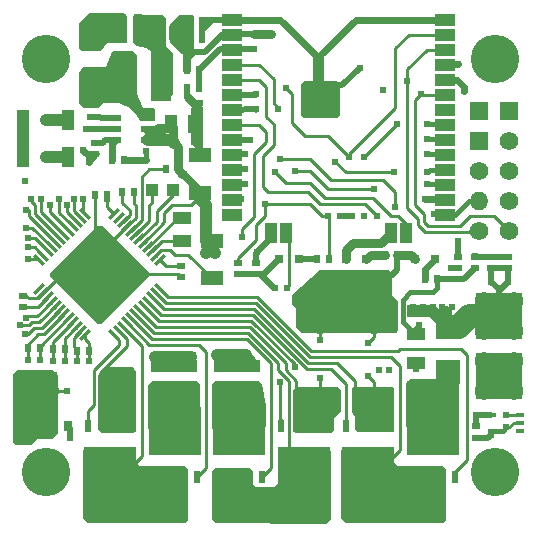
<source format=gtl>
G04 Layer: TopLayer*
G04 EasyEDA v6.5.42, 2024-06-19 17:53:58*
G04 0aa094f9eb354ad99160228faad6b286,7c1e8d740ba24e6f83eb2d53d3341807,10*
G04 Gerber Generator version 0.2*
G04 Scale: 100 percent, Rotated: No, Reflected: No *
G04 Dimensions in millimeters *
G04 leading zeros omitted , absolute positions ,4 integer and 5 decimal *
%FSLAX45Y45*%
%MOMM*%

%AMMACRO1*4,1,16,-2.2,-2.05,-2.2,2.05,-1.6,2.05,-1.6,1.45,-0.9,1.45,-0.9,2.05,-0.4,2.05,-0.4,1.45,0.4,1.45,0.4,2.05,0.9,2.05,0.9,1.45,1.6,1.45,1.6,2.05,2.2,2.05,2.2,-2.05,-2.2,-2.05,0*%
%AMMACRO2*4,1,16,2.2,2.05,2.2,-2.05,1.6,-2.05,1.6,-1.45,0.9,-1.45,0.9,-2.05,0.4,-2.05,0.4,-1.45,-0.4,-1.45,-0.4,-2.05,-0.9,-2.05,-0.9,-1.45,-1.6,-1.45,-1.6,-2.05,-2.2,-2.05,-2.2,2.05,2.2,2.05,0*%
%AMMACRO3*21,1,$1,$2,0,0,$3*%
%ADD10C,0.2540*%
%ADD11C,0.4000*%
%ADD12C,0.5000*%
%ADD13C,0.6000*%
%ADD14C,0.8000*%
%ADD15C,0.7500*%
%ADD16C,1.0000*%
%ADD17C,0.7000*%
%ADD18C,2.0000*%
%ADD19R,2.0600X2.0700*%
%ADD20R,0.8000X0.5000*%
%ADD21R,0.8000X0.9000*%
%ADD22R,0.8000X0.8000*%
%ADD23R,0.5000X1.0000*%
%ADD24MACRO1*%
%ADD25MACRO2*%
%ADD26R,3.3000X1.6000*%
%ADD27R,0.5000X0.5000*%
%ADD28R,1.6000X3.3000*%
%ADD29R,1.1000X0.6000*%
%ADD30R,0.8000X0.4000*%
%ADD31R,1.5500X1.0000*%
%ADD32R,1.8000X1.0008*%
%ADD33R,1.0008X1.8000*%
%ADD34R,1.8000X4.2000*%
%ADD35R,0.5000X0.8000*%
%ADD36R,1.8000X2.0000*%
%ADD37R,1.0000X1.5500*%
%ADD38R,1.9000X1.2000*%
%ADD39R,1.0000X1.1000*%
%ADD40MACRO3,0.254X1.143X-135.0041*%
%ADD41MACRO3,0.254X1.143X-135.0000*%
%ADD42MACRO3,0.254X1.143X-134.9959*%
%ADD43MACRO3,1.143X0.254X-135.0000*%
%ADD44MACRO3,1.143X0.254X-135.0009*%
%ADD45MACRO3,1.143X0.254X-134.9991*%
%ADD46MACRO3,1.143X0.3X-135.0000*%
%ADD47MACRO3,3.7X3.7X-135.0000*%
%ADD48R,1.0008X1.6993*%
%ADD49R,0.6350X1.2700*%
%ADD50C,1.5748*%
%ADD51O,1.5748X1.5748*%
%ADD52R,1.5748X1.5748*%
%ADD53R,4.0000X4.0000*%
%ADD54C,2.7000*%
%ADD55C,1.7000*%
%ADD56C,4.1000*%
%ADD57C,0.6096*%
%ADD58C,0.6100*%
%ADD59C,0.6200*%
%ADD60C,1.5700*%
%ADD61C,0.0125*%

%LPD*%
G36*
X-1473200Y330200D02*
G01*
X-1866900Y-63500D01*
X-1866900Y-88900D01*
X-1460500Y-495300D01*
X-1435100Y-495300D01*
X-1028700Y-88900D01*
X-1028700Y-63500D01*
X-1422400Y330200D01*
G37*
G36*
X-1155700Y2120900D02*
G01*
X-1168400Y2108200D01*
X-1168400Y1879600D01*
X-1130300Y1854200D01*
X-1054100Y1841500D01*
X-1003300Y1803400D01*
X-1003300Y1447800D01*
X-990600Y1435100D01*
X-838200Y1435100D01*
X-825500Y1447800D01*
X-825500Y1790700D01*
X-889000Y1854200D01*
X-889000Y2095500D01*
X-914400Y2120900D01*
G37*
G36*
X-1536700Y2139950D02*
G01*
X-1625600Y2051050D01*
X-1625600Y1841500D01*
X-1600200Y1816100D01*
X-1435100Y1816100D01*
X-1384300Y1879600D01*
X-1219200Y1879600D01*
X-1219200Y2114550D01*
X-1244600Y2139950D01*
G37*
G36*
X-1346200Y1803400D02*
G01*
X-1397000Y1676400D01*
X-1587500Y1676400D01*
X-1625600Y1625600D01*
X-1625600Y1371600D01*
X-1587500Y1333500D01*
X-1460500Y1333500D01*
X-1422400Y1371600D01*
X-1282700Y1371600D01*
X-1193800Y1333500D01*
X-1143000Y1282700D01*
X-1104900Y1219200D01*
X-990600Y1219200D01*
X-977900Y1231900D01*
X-977900Y1320800D01*
X-990600Y1333500D01*
X-1079500Y1333500D01*
X-1130300Y1447800D01*
X-1130300Y1778000D01*
X-1155700Y1803400D01*
G37*
G36*
X-2146300Y-889000D02*
G01*
X-2184400Y-927100D01*
X-2184400Y-1498600D01*
X-2159000Y-1524000D01*
X-2019300Y-1524000D01*
X-1981200Y-1473200D01*
X-1854200Y-1473200D01*
X-1803400Y-1422400D01*
X-1803400Y-927100D01*
X-1841500Y-889000D01*
G37*
G36*
X-1397000Y-863600D02*
G01*
X-1460500Y-927100D01*
X-1460500Y-1384300D01*
X-1435100Y-1422400D01*
X-1155700Y-1422400D01*
X-1143000Y-1384300D01*
X-1143000Y-901700D01*
X-1168400Y-863600D01*
G37*
G36*
X228600Y-1028700D02*
G01*
X190500Y-1054100D01*
X190500Y-1390650D01*
X215900Y-1416050D01*
X508000Y-1416050D01*
X533400Y-1397000D01*
X533400Y-1295400D01*
X596900Y-1231900D01*
X596900Y-1054100D01*
X571500Y-1028700D01*
G37*
G36*
X698500Y-1028700D02*
G01*
X685800Y-1054100D01*
X685800Y-1244600D01*
X711200Y-1282700D01*
X711200Y-1384300D01*
X736600Y-1409700D01*
X1028700Y-1409700D01*
X1041400Y-1397000D01*
X1041400Y-1041400D01*
X1028700Y-1028700D01*
G37*
G36*
X1564487Y-961339D02*
G01*
X1181100Y-965200D01*
X1143000Y-1003300D01*
X1145387Y-1367739D01*
X1193800Y-1409700D01*
X1574800Y-1397000D01*
X1589887Y-1367739D01*
X1589887Y-986739D01*
G37*
G36*
X-622300Y-977900D02*
G01*
X-1005687Y-981760D01*
X-1043787Y-1019860D01*
X-1041400Y-1384300D01*
X-992987Y-1426260D01*
X-611987Y-1413560D01*
X-596900Y-1384300D01*
X-596900Y-1003300D01*
G37*
G36*
X-469900Y-977900D02*
G01*
X-495300Y-1003300D01*
X-495300Y-1384300D01*
X-457200Y-1422400D01*
X-76200Y-1409700D01*
X-38100Y-1358900D01*
X-38100Y-1193800D01*
X-76200Y-1003300D01*
X-101600Y-977900D01*
G37*
G36*
X419100Y-38100D02*
G01*
X177800Y-254000D01*
X177800Y-330200D01*
X215900Y-368300D01*
X215900Y-520700D01*
X266700Y-571500D01*
X1066800Y-571500D01*
X1079500Y-546100D01*
X1079500Y-304800D01*
X1028700Y-254000D01*
X1028700Y-76200D01*
X1003300Y-38100D01*
G37*
G36*
X88900Y-1543050D02*
G01*
X63500Y-1568450D01*
X63500Y-1841500D01*
X38100Y-1879600D01*
X-127000Y-1879600D01*
X-152400Y-1854200D01*
X-152400Y-1739900D01*
X-177800Y-1714500D01*
X-469900Y-1714500D01*
X-495300Y-1739900D01*
X-495300Y-2146300D01*
X-469900Y-2184400D01*
X469900Y-2190750D01*
X508000Y-2152650D01*
X508000Y-1568450D01*
X482600Y-1543050D01*
G37*
G36*
X-1562100Y-1536700D02*
G01*
X-1587500Y-1562100D01*
X-1587500Y-2146300D01*
X-1549400Y-2184400D01*
X-723900Y-2184400D01*
X-698500Y-2159000D01*
X-698500Y-1727200D01*
X-723900Y-1701800D01*
X-1104900Y-1701800D01*
X-1143000Y-1676400D01*
X-1143000Y-1562100D01*
X-1168400Y-1536700D01*
G37*
G36*
X622300Y-1536700D02*
G01*
X596900Y-1562100D01*
X596900Y-2146300D01*
X635000Y-2184400D01*
X1460500Y-2184400D01*
X1485900Y-2159000D01*
X1485900Y-1727200D01*
X1460500Y-1701800D01*
X1079500Y-1701800D01*
X1041400Y-1676400D01*
X1041400Y-1562100D01*
X1016000Y-1536700D01*
G37*
G36*
X279400Y1562100D02*
G01*
X254000Y1536700D01*
X254000Y1270000D01*
X279400Y1244600D01*
X558800Y1244600D01*
X584200Y1270000D01*
X584200Y1536700D01*
X558800Y1562100D01*
G37*
G36*
X-774700Y2120900D02*
G01*
X-850900Y2044700D01*
X-850900Y1892300D01*
X-749300Y1790700D01*
X-660400Y1790700D01*
X-647700Y1803400D01*
X-647700Y2108200D01*
X-660400Y2120900D01*
G37*
D10*
X-935228Y-199897D02*
G01*
X-868426Y-266700D01*
X-114300Y-266700D01*
X342900Y-723900D01*
X1079500Y-723900D01*
X1092200Y-711200D01*
X1612900Y-711200D01*
X1663700Y-762000D01*
X1663700Y-1651000D01*
X1562100Y-1752600D01*
X1562100Y-1790445D01*
X-1112012Y-376681D02*
G01*
X-967994Y-520700D01*
X-177800Y-520700D01*
X127000Y-825500D01*
X127000Y-889000D01*
X215900Y-977900D01*
X215900Y-1308354D01*
X-1041145Y-306070D02*
G01*
X-928115Y-419100D01*
X-152400Y-419100D01*
X304800Y-876300D01*
X508000Y-876300D01*
X635000Y-1003300D01*
X635000Y-1308354D01*
X-970534Y-235204D02*
G01*
X-888237Y-317500D01*
X-127000Y-317500D01*
X330200Y-774700D01*
X1016000Y-774700D01*
X1092200Y-850900D01*
X1092200Y-1562100D01*
X990854Y-1663445D01*
X825500Y-1663445D01*
X139700Y-190500D02*
G01*
X139700Y-190500D01*
X152400Y-177800D01*
X152400Y278384D01*
X129539Y278384D01*
X-50800Y520700D02*
G01*
X330200Y520700D01*
X431800Y419100D01*
X482600Y419100D01*
X-328419Y1573529D02*
G01*
X-100329Y1573529D01*
X-38100Y1511300D01*
X-38100Y1257300D01*
X25400Y1193800D01*
X25400Y1016000D01*
X-63500Y927100D01*
X-63500Y660400D01*
X-25400Y622300D01*
X317500Y622300D01*
X419100Y520700D01*
X800100Y520700D01*
X901700Y419100D01*
X38100Y787400D02*
G01*
X127000Y698500D01*
X330200Y698500D01*
X457200Y571500D01*
X863600Y571500D01*
X1016000Y419100D01*
X1079500Y419100D01*
X1145539Y353060D01*
X1145539Y278384D01*
D11*
X1993900Y-1371600D02*
G01*
X1967001Y-1398498D01*
X1873910Y-1398498D01*
D12*
X2542Y278384D02*
G01*
X2542Y231142D01*
X-127000Y101600D01*
X-127000Y24612D01*
X-353060Y1065529D02*
G01*
X-177800Y1065529D01*
D10*
X-241300Y241300D02*
G01*
X-241300Y304800D01*
X-139700Y406400D01*
X-139700Y939800D01*
X-38100Y1041400D01*
X-38100Y1130300D01*
X-100329Y1192529D01*
X-328421Y1192529D01*
D12*
X-127000Y1447800D02*
G01*
X-128270Y1446529D01*
X-328419Y1446529D01*
X-127000Y1320800D02*
G01*
X-125729Y1319529D01*
X-127000Y1320800D01*
X-327660Y1318260D01*
D11*
X1320800Y1066800D02*
G01*
X1470230Y1066800D01*
X1471500Y1065529D01*
X1320800Y1193800D02*
G01*
X1471421Y1192529D01*
X1320800Y939800D02*
G01*
X1470149Y939800D01*
X1471419Y938529D01*
X1320800Y787400D02*
G01*
X1344929Y811529D01*
X1496060Y811529D01*
X1320800Y685800D02*
G01*
X1471421Y684529D01*
D13*
X1308100Y558800D02*
G01*
X1471421Y557529D01*
D10*
X-1783587Y224281D02*
G01*
X-1993900Y434594D01*
X-1993900Y508000D01*
X-2032000Y546100D01*
X-2032000Y558800D01*
D11*
X1471421Y430529D02*
G01*
X1560829Y430529D01*
X1676400Y546100D01*
X1765300Y546100D01*
D10*
X76200Y901700D02*
G01*
X330200Y901700D01*
X508000Y723900D01*
X952500Y723900D01*
X1054100Y622300D01*
X1054100Y495300D01*
X203200Y800100D02*
G01*
X330200Y800100D01*
X482600Y647700D01*
X876300Y647700D01*
X546100Y876300D02*
G01*
X635000Y787400D01*
X1041400Y787400D01*
X-1005842Y-270761D02*
G01*
X-908304Y-368300D01*
X-139700Y-368300D01*
X317500Y-825500D01*
X558800Y-825500D01*
X711200Y-977900D01*
X711200Y-1219200D01*
X749300Y-1257300D01*
X762000Y-1270000D01*
X762000Y-1308354D01*
D11*
X-1054100Y889000D02*
G01*
X-1054100Y965200D01*
D10*
X660400Y914400D02*
G01*
X482600Y1092200D01*
X292100Y1092200D01*
X177800Y1206500D01*
X177800Y1447800D01*
X127000Y1498600D01*
D12*
X-139700Y1955800D02*
G01*
X-406400Y1955800D01*
X-558800Y1803400D01*
X-647700Y1803400D01*
X-710412Y1740687D01*
X-710412Y1651000D01*
X-279400Y-75387D02*
G01*
X-127000Y-75387D01*
X-127000Y-75387D02*
G01*
X-58877Y-75387D01*
X67310Y50800D01*
X38100Y-190500D02*
G01*
X25400Y-190500D01*
X-89662Y-75437D01*
X-127000Y-75437D01*
X948184Y-88900D02*
G01*
X1016000Y-88900D01*
X1066012Y-38887D01*
X1066012Y88900D01*
D13*
X1393192Y50800D02*
G01*
X1308912Y-33479D01*
X1308912Y-114300D01*
D12*
X1587500Y-24637D02*
G01*
X1524000Y-25400D01*
X685800Y419100D02*
G01*
X584200Y419100D01*
X1587500Y75387D02*
G01*
X1587500Y203200D01*
D14*
X1066012Y88900D02*
G01*
X1184907Y88900D01*
X1223007Y50800D01*
X808992Y50800D02*
G01*
X847092Y88900D01*
X966012Y88900D01*
D15*
X1018542Y278384D02*
G01*
X930658Y190500D01*
X698500Y190500D01*
X638810Y130810D01*
X638810Y50800D01*
D10*
X825500Y-939800D02*
G01*
X876300Y-990600D01*
X876300Y-1066800D01*
X825500Y-660400D02*
G01*
X876300Y-609600D01*
X876300Y-558800D01*
X-328421Y1700529D02*
G01*
X-100329Y1700529D01*
X25400Y1574800D01*
X25400Y1371600D01*
X63500Y1333500D01*
X63500Y1320800D01*
X482600Y419100D02*
G01*
X494487Y407212D01*
X494487Y50800D01*
X-50800Y520700D02*
G01*
X-50800Y419100D01*
X-127000Y342900D01*
X-127000Y215900D01*
X-279400Y63500D01*
X-279400Y24637D01*
D12*
X237489Y50800D02*
G01*
X394487Y50800D01*
D10*
X-1156462Y622300D02*
G01*
X-1156462Y521462D01*
X-1143000Y508000D01*
X-1143000Y405384D01*
X-1217929Y330454D01*
X-1256537Y622300D02*
G01*
X-1256537Y532637D01*
X-1193800Y469900D01*
X-1193800Y425195D01*
X-1253236Y365760D01*
D12*
X1739900Y-1459712D02*
G01*
X1842287Y-1459712D01*
X1866900Y-1435100D01*
X1739900Y-1270000D02*
G01*
X1741398Y-1268501D01*
X1861210Y-1268501D01*
X1739900Y-1270000D02*
G01*
X1739900Y-1359712D01*
X1727200Y75387D02*
G01*
X1727200Y75387D01*
X2006600Y75387D01*
X-610362Y1651000D02*
G01*
X-432562Y1828800D01*
X-139700Y1828800D01*
D10*
X-888237Y812800D02*
G01*
X-1028700Y812800D01*
X-1092200Y749300D01*
X-1092200Y385318D01*
X-1182623Y295147D01*
D13*
X-1245387Y889000D02*
G01*
X-1233474Y889000D01*
X-1054100Y889000D01*
D10*
X-596900Y1371600D02*
G01*
X-622300Y1371600D01*
X-710437Y1459737D01*
X-710437Y1498600D01*
D12*
X-710437Y1498600D02*
G01*
X-710437Y1447037D01*
X-596900Y1333500D01*
X-596900Y934720D01*
D13*
X-1587500Y977900D02*
G01*
X-1536700Y927100D01*
X-1536700Y876300D01*
D12*
X-1536700Y876300D02*
G01*
X-1485900Y927100D01*
X-1485900Y940587D01*
D16*
X-1041095Y1060704D02*
G01*
X-844804Y1060704D01*
X-821992Y1037892D01*
D12*
X-1587500Y977900D02*
G01*
X-1587500Y965200D01*
X-1562491Y940191D01*
X-1473200Y940191D01*
D16*
X-1905000Y1231900D02*
G01*
X-1714500Y1231900D01*
X-1905000Y914400D02*
G01*
X-1714500Y914400D01*
D17*
X-788212Y812800D02*
G01*
X-782297Y812800D01*
X-678817Y709320D01*
X-678817Y709320D02*
G01*
X-596900Y627402D01*
X-596900Y614705D01*
D12*
X-1321104Y1060704D02*
G01*
X-1403095Y1060704D01*
X-1423212Y1040587D01*
X-1485900Y1040587D01*
X537692Y1524000D02*
G01*
X603986Y1524000D01*
X751992Y1672005D01*
D10*
X660400Y914400D02*
G01*
X660400Y939800D01*
X1054100Y1333500D01*
X1054100Y1841500D01*
X1167129Y1954529D01*
X1471421Y1954529D01*
D16*
X-977900Y-774700D02*
G01*
X-674999Y-774700D01*
D14*
X-208026Y-757173D02*
G01*
X-165100Y-800100D01*
X-165100Y-852423D01*
D16*
X-455122Y-757146D02*
G01*
X-208132Y-757146D01*
D11*
X1861207Y-1398501D02*
G01*
X1866900Y-1404193D01*
X1866900Y-1435100D01*
D10*
X2019300Y292100D02*
G01*
X1892300Y419100D01*
X1689100Y419100D01*
X1600200Y330200D01*
X1333500Y330200D01*
X1295400Y368300D01*
X1295400Y431800D01*
X1219200Y508000D01*
X1219200Y1397000D01*
X1270000Y1447800D01*
D12*
X-584962Y1917700D02*
G01*
X-584962Y1993137D01*
X-496570Y2081529D01*
X-328421Y2081529D01*
D13*
X-1041095Y1060704D02*
G01*
X-933399Y1168400D01*
X-825500Y1168400D01*
D12*
X-1041095Y1155700D02*
G01*
X-965200Y1155700D01*
X-952500Y1168400D01*
X-825500Y1168400D01*
D17*
X-1041095Y1060704D02*
G01*
X-983995Y1060704D01*
X-876300Y1168400D01*
X-825500Y1168400D01*
D13*
X1471421Y2081529D02*
G01*
X722629Y2081529D01*
X419100Y1778000D01*
X419100Y1524000D01*
X537718Y1524000D01*
X-328421Y2081529D02*
G01*
X77470Y2081529D01*
X381000Y1778000D01*
X381000Y1368297D01*
X471423Y1368297D01*
D10*
X1765300Y292100D02*
G01*
X1689100Y292100D01*
X1676400Y279400D01*
X1308100Y279400D01*
X1244600Y342900D01*
X1244600Y393700D01*
X1155700Y482600D01*
X1155700Y1562100D01*
D16*
X-596900Y614679D02*
G01*
X-596900Y558800D01*
X-546100Y508000D01*
X-546100Y210794D01*
X-495300Y210794D01*
D10*
X-749300Y204800D02*
G01*
X-919299Y204800D01*
X-1005842Y118257D01*
X-1041189Y153603D02*
G01*
X-789993Y404799D01*
X-749300Y404799D01*
D13*
X1471500Y1573529D02*
G01*
X1574800Y1573529D01*
X1638300Y1510029D01*
X1638300Y1473200D01*
X1587500Y1701800D02*
G01*
X1472692Y1701800D01*
X1471419Y1700529D01*
X-1345387Y889000D02*
G01*
X-1345387Y1026467D01*
X-1321104Y1050749D01*
X-1321104Y1060704D01*
D16*
X-2095500Y914400D02*
G01*
X-2095500Y1231900D01*
D10*
X-1818896Y188973D02*
G01*
X-2044700Y414784D01*
X-2044700Y469900D01*
X-2070100Y469900D01*
X-1925065Y-235204D02*
G01*
X-1969262Y-279400D01*
X-2044700Y-279400D01*
X-2069337Y-254762D01*
X-2095500Y-254762D01*
X-1889719Y-270657D02*
G01*
X-1973851Y-354787D01*
X-2095500Y-354787D01*
D12*
X-776368Y1868568D02*
G01*
X-830579Y1922779D01*
X-830579Y1968500D01*
X-1562100Y1155700D02*
G01*
X-1321104Y1155700D01*
X-1511300Y2082800D02*
G01*
X-1435100Y2082800D01*
X-1435100Y2082800D02*
G01*
X-1263802Y2082800D01*
X-1263802Y2082800D02*
G01*
X-1263802Y1930402D01*
X-1263804Y1930400D01*
X-1511300Y2082800D02*
G01*
X-1524000Y2070100D01*
X-1524000Y1952599D01*
X-1123795Y2082800D02*
G01*
X-1123795Y2000095D01*
X-1117600Y1993900D01*
X-1016000Y1993900D01*
X-1016000Y1993900D02*
G01*
X-947420Y1993900D01*
X-922020Y1968500D01*
X-1123795Y1930400D02*
G01*
X-1085695Y1968500D01*
X-922020Y1968500D01*
X-1123795Y1930400D02*
G01*
X-1123795Y2082797D01*
X-1123797Y2082800D01*
X-647700Y1041400D02*
G01*
X-649300Y1043000D01*
X-649300Y1193800D01*
X-649300Y1321600D02*
G01*
X-649300Y1321600D01*
X-649300Y1193800D01*
X-1727987Y-1358900D02*
G01*
X-1720697Y-1358900D01*
X-1701800Y-1377797D01*
X-1701800Y-1460500D01*
D10*
X-1385087Y596900D02*
G01*
X-1385087Y559587D01*
X-1384300Y558800D01*
X-1385087Y596900D02*
G01*
X-1385087Y559587D01*
X-1384300Y558800D01*
X-1384300Y496570D01*
X-1324099Y436369D01*
D16*
X-939800Y-852500D02*
G01*
X-698500Y-852500D01*
D10*
X2101088Y-1333500D02*
G01*
X2057400Y-1333500D01*
X2019300Y-1371600D01*
X1993900Y-1371600D01*
X2101192Y-1268498D02*
G01*
X1995401Y-1268498D01*
X1993900Y-1270000D01*
D16*
X-469900Y101600D02*
G01*
X-495300Y127000D01*
X-495300Y210794D01*
X-546100Y101600D02*
G01*
X-495300Y152400D01*
X-495300Y210794D01*
D12*
X-647700Y1041400D02*
G01*
X-596900Y990600D01*
X-596900Y934720D01*
D10*
X-1253236Y-518160D02*
G01*
X-1092200Y-679195D01*
X-1092200Y-1612900D01*
X-1193545Y-1714245D01*
X-1358900Y-1714245D01*
D12*
X1866900Y-24612D02*
G01*
X1866900Y-139700D01*
X2006600Y-24612D02*
G01*
X2006600Y-139700D01*
D10*
X-1217929Y330454D02*
G01*
X-1447800Y101600D01*
X-1447800Y38100D01*
X-1447800Y38100D02*
G01*
X-1447800Y-76200D01*
X-1925065Y-235204D02*
G01*
X-1765300Y-76200D01*
X-1562100Y-76200D01*
X-1562100Y-76200D02*
G01*
X-1447800Y-76200D01*
X1155700Y1562100D02*
G01*
X1155700Y1663700D01*
X1319529Y1827529D01*
X1471419Y1827529D01*
D12*
X1408912Y-114300D02*
G01*
X1637512Y-114300D01*
X1727200Y-24612D01*
X1866900Y-24612D02*
G01*
X1866900Y-24612D01*
X2006600Y-24612D01*
D10*
X-1147318Y-411987D02*
G01*
X-987805Y-571500D01*
X-190500Y-571500D01*
X63500Y-825500D01*
X63500Y-889000D01*
X152400Y-977900D01*
X152400Y-1574800D01*
X241045Y-1663445D01*
X279400Y-1663445D01*
X-1288795Y-553465D02*
G01*
X-1219200Y-623062D01*
X-1219200Y-685800D01*
X-1447800Y-914400D01*
X-1447800Y-1193800D01*
X-1422400Y-1219200D01*
X-1422400Y-1255915D01*
X-1422400Y-1255915D02*
G01*
X-1422400Y-1359154D01*
X-1397000Y-1066800D02*
G01*
X-1320800Y-1066800D01*
X-1727200Y-1066800D02*
G01*
X-1828800Y-1066800D01*
X-2056587Y-698500D02*
G01*
X-2057400Y-699312D01*
X-2057400Y-800100D01*
X-1845005Y-711200D02*
G01*
X-1845005Y-812800D01*
X-1642237Y-518139D02*
G01*
X-1740712Y-616612D01*
X-1740712Y-711200D01*
X-1217929Y-482854D02*
G01*
X-1027684Y-673100D01*
X-609600Y-673100D01*
X-546100Y-736600D01*
X-546100Y-1714500D01*
X-622300Y-1790700D01*
X-762000Y-100812D02*
G01*
X-786612Y-76200D01*
X-1227317Y-76200D01*
X-1227317Y-76200D02*
G01*
X-1333500Y-76200D01*
X-1333500Y-76200D02*
G01*
X-1447774Y-76200D01*
X-1606875Y401101D02*
G01*
X-1663700Y457926D01*
X-1663700Y558800D01*
X-1748297Y259679D02*
G01*
X-1943100Y454484D01*
X-1943100Y558800D01*
X-1637487Y-723900D02*
G01*
X-1638300Y-724712D01*
X-1638300Y-812800D01*
X-1537487Y-723900D02*
G01*
X-1536700Y-724687D01*
X-1536700Y-812800D01*
X-1889719Y118257D02*
G01*
X-2000064Y228600D01*
X-2057400Y228600D01*
X-1854372Y153603D02*
G01*
X-2018271Y317500D01*
X-2070100Y317500D01*
X-1925065Y82804D02*
G01*
X-1994662Y152400D01*
X-2057400Y152400D01*
X-1712950Y295026D02*
G01*
X-1866900Y448978D01*
X-1866900Y508000D01*
X-1677583Y330393D02*
G01*
X-1790700Y443506D01*
X-1790700Y558800D01*
X-1642237Y365739D02*
G01*
X-1727200Y450700D01*
X-1727200Y508000D01*
X-1571531Y436445D02*
G01*
X-1587500Y452412D01*
X-1587500Y558800D01*
X-1485087Y596900D02*
G01*
X-1485087Y179169D01*
X-1447551Y141635D01*
X-1447553Y141635D02*
G01*
X-1447800Y-76200D01*
X-1960369Y47500D02*
G01*
X-1963668Y50800D01*
X-2057400Y50800D01*
X-1324102Y-588771D02*
G01*
X-1282700Y-630173D01*
X-1282700Y-673100D01*
X-1498600Y-889000D01*
X-1498600Y-1181100D01*
X-1549400Y-1231900D01*
X-1549400Y-1359154D01*
X-1783587Y-376684D02*
G01*
X-1940303Y-533400D01*
X-2006600Y-533400D01*
X-2057400Y-584200D01*
X-2082800Y-584200D01*
X-1818896Y-341373D02*
G01*
X-1960115Y-482600D01*
X-2019300Y-482600D01*
X-2044700Y-508000D01*
X-2120900Y-508000D01*
X-1854454Y-306070D02*
G01*
X-1980184Y-431800D01*
X-2057400Y-431800D01*
X-2070100Y-444500D01*
X-1677583Y-482793D02*
G01*
X-1840712Y-645919D01*
X-1840712Y-711200D01*
X76200Y-990600D02*
G01*
X76200Y-1295704D01*
X88900Y-1308404D01*
X-1745005Y-711200D02*
G01*
X-1745005Y-812800D01*
X419100Y-635000D02*
G01*
X419100Y-571500D01*
X406400Y-558800D01*
X419100Y-952500D02*
G01*
X419100Y-1054100D01*
X406400Y-1066800D01*
X-1606804Y-553465D02*
G01*
X-1663700Y-610362D01*
X-1663700Y-686562D01*
X-1638045Y-710692D01*
X-1637537Y-723900D01*
X-935136Y47551D02*
G01*
X-886772Y-812D01*
X-762000Y-812D01*
X-1712973Y-447550D02*
G01*
X-1956587Y-691164D01*
X-1956587Y-698500D01*
X-1956587Y-698500D02*
G01*
X-1956587Y-799312D01*
X-1955800Y-800100D01*
X1270000Y1447800D02*
G01*
X1271270Y1446529D01*
X1471419Y1446529D01*
X-1571497Y-588771D02*
G01*
X-1571497Y-625602D01*
X-1537462Y-659637D01*
X-1537462Y-723900D01*
X-1748284Y-411987D02*
G01*
X-1920496Y-584200D01*
X-1968500Y-584200D01*
X-2056587Y-672287D01*
X-2056587Y-698500D01*
D12*
X1930400Y-279400D02*
G01*
X1930400Y-203200D01*
X1866900Y-139700D01*
X1930400Y-279400D02*
G01*
X1930400Y-215900D01*
X2006600Y-139700D01*
D16*
X1231900Y-382600D02*
G01*
X1362887Y-382600D01*
X1498600Y-518312D01*
X1485900Y-505612D01*
X1485900Y-395300D01*
D15*
X-744197Y774700D02*
G01*
X-750112Y774700D01*
X-788212Y812800D01*
X-788212Y933010D01*
X-788212Y933010D02*
G01*
X-788212Y1004112D01*
X-821992Y1037892D01*
X-821989Y1037889D02*
G01*
X-825500Y1041400D01*
X-825500Y1168400D01*
D12*
X-1524000Y1258087D02*
G01*
X-1447012Y1258087D01*
X-1439621Y1250695D01*
X-1321104Y1250695D01*
D10*
X-215900Y939800D02*
G01*
X-328421Y938529D01*
X-215900Y812800D02*
G01*
X-328421Y811529D01*
X-215900Y685800D02*
G01*
X-328421Y684529D01*
X787400Y914400D02*
G01*
X1066800Y1193800D01*
D13*
X-1066495Y1155700D02*
G01*
X-1041095Y1130300D01*
X-1041095Y1060704D01*
D16*
X-406476Y-852500D02*
G01*
X-165100Y-852500D01*
D10*
X-1076452Y188976D02*
G01*
X-901700Y363728D01*
X-901700Y444500D01*
X-838200Y508000D01*
X-673100Y508000D01*
X-596900Y584200D01*
X-596900Y614679D01*
X-1147318Y259587D02*
G01*
X-1028700Y378205D01*
X-1028700Y508000D01*
X-1004315Y532384D01*
X-1004315Y635000D01*
X-1112012Y224281D02*
G01*
X-965200Y371094D01*
X-965200Y457200D01*
X-824484Y597915D01*
X-824484Y635000D01*
X-970534Y82804D02*
G01*
X-926337Y127000D01*
X-850900Y127000D01*
X-812800Y88900D01*
X-698500Y88900D01*
X-500379Y-109220D01*
X-495300Y-109220D01*
X-1182623Y-447547D02*
G01*
X-1007618Y-622300D01*
X-203200Y-622300D01*
X0Y-825500D01*
X0Y-1714245D01*
X-76200Y-1790445D01*
D12*
X-610412Y1651000D02*
G01*
X-610412Y1498600D01*
X-610412Y1498600D01*
X-610412Y1498600D01*
X-710412Y1651000D02*
G01*
X-710412Y1753387D01*
X-684987Y1778812D01*
X-684987Y1917700D01*
D17*
X-830579Y1968500D02*
G01*
X-830579Y1935479D01*
X-710412Y1815312D01*
X-710412Y1651000D01*
D12*
X-684987Y2070100D02*
G01*
X-684987Y1917700D01*
X-684987Y1917700D01*
X-684987Y1917700D02*
G01*
X-684987Y1879600D01*
X-741679Y1879600D01*
X-830579Y1968500D01*
X-710412Y1498600D02*
G01*
X-710412Y1421612D01*
X-647700Y1358900D01*
X-653651Y1364851D02*
G01*
X-616351Y1327551D01*
X-584987Y2070100D02*
G01*
X-584987Y1917700D01*
X-584987Y2070100D02*
G01*
X-573557Y2081529D01*
X-328498Y2081529D01*
D14*
X-139700Y1955800D02*
G01*
X-63500Y1955800D01*
X-63500Y1955800D02*
G01*
X0Y1955800D01*
D11*
X1231900Y-582599D02*
G01*
X1231900Y-533400D01*
X1257300Y-508000D01*
D18*
X1930400Y-431800D02*
G01*
X1676400Y-431800D01*
X1589887Y-518312D01*
X1498600Y-518312D01*
D11*
X1231900Y-582676D02*
G01*
X1217676Y-582676D01*
X1117600Y-482600D01*
X1117600Y-292100D01*
X1181100Y-228600D01*
X1371600Y-228600D01*
X1408937Y-191262D01*
X1408937Y-114300D01*
D10*
X-1076452Y-341376D02*
G01*
X-947928Y-469900D01*
X-234950Y-469900D01*
X-165100Y-469900D01*
X203200Y-838200D01*
X203200Y-863600D01*
D19*
G01*
X1498600Y-904112D03*
G01*
X1498600Y-518312D03*
D20*
G01*
X2006600Y-24587D03*
G01*
X2006600Y75412D03*
G01*
X1739900Y-1359712D03*
G01*
X1739900Y-1459712D03*
D21*
G01*
X-1860600Y-1358900D03*
G01*
X-1720621Y-1358900D03*
D22*
G01*
X67310Y50800D03*
G01*
X237489Y50800D03*
G01*
X1393189Y50800D03*
G01*
X1223010Y50800D03*
G01*
X638810Y50800D03*
G01*
X808989Y50800D03*
D23*
G01*
X1180998Y-1790293D03*
G01*
X1307998Y-1790293D03*
G01*
X1434998Y-1790293D03*
G01*
X1561998Y-1790293D03*
D24*
G01*
X1371503Y-1405289D03*
D23*
G01*
X1015898Y-1359077D03*
G01*
X888898Y-1359077D03*
G01*
X761898Y-1359077D03*
G01*
X634898Y-1359077D03*
D25*
G01*
X825393Y-1744082D03*
D23*
G01*
X-457301Y-1790293D03*
G01*
X-330301Y-1790293D03*
G01*
X-203301Y-1790293D03*
G01*
X-76301Y-1790293D03*
D24*
G01*
X-266796Y-1405289D03*
D23*
G01*
X469798Y-1359077D03*
G01*
X342798Y-1359077D03*
G01*
X215798Y-1359077D03*
G01*
X88798Y-1359077D03*
D25*
G01*
X279293Y-1744082D03*
D23*
G01*
X-1003401Y-1790293D03*
G01*
X-876401Y-1790293D03*
G01*
X-749401Y-1790293D03*
G01*
X-622401Y-1790293D03*
D24*
G01*
X-812896Y-1405289D03*
D23*
G01*
X-1168501Y-1359077D03*
G01*
X-1295501Y-1359077D03*
G01*
X-1422501Y-1359077D03*
G01*
X-1549501Y-1359077D03*
D25*
G01*
X-1359006Y-1744082D03*
D26*
G01*
X876198Y-487806D03*
G01*
X876198Y-1137818D03*
D27*
G01*
X876198Y-1066800D03*
G01*
X876198Y-558800D03*
D26*
G01*
X418998Y-487806D03*
G01*
X418998Y-1137818D03*
D27*
G01*
X418998Y-1066800D03*
G01*
X418998Y-558800D03*
D28*
G01*
X-1887220Y-1066800D03*
G01*
X-1237208Y-1066800D03*
D27*
G01*
X-1308201Y-1066800D03*
G01*
X-1816201Y-1066800D03*
D29*
G01*
X-1316075Y1060678D03*
G01*
X-1316075Y1155674D03*
G01*
X-1316075Y1250670D03*
G01*
X-1046073Y1250670D03*
G01*
X-1046073Y1155674D03*
G01*
X-1046073Y1060678D03*
D30*
G01*
X1873910Y-1398498D03*
G01*
X1873910Y-1268501D03*
G01*
X2113889Y-1268501D03*
G01*
X2113889Y-1333500D03*
G01*
X2113889Y-1398498D03*
D21*
G01*
X-1263802Y1930400D03*
G01*
X-1123797Y1930400D03*
G01*
X-1263700Y2082800D03*
G01*
X-1123721Y2082800D03*
D20*
G01*
X1727200Y-24612D03*
G01*
X1727200Y75387D03*
D31*
G01*
X-749300Y404799D03*
G01*
X-749300Y204800D03*
D32*
G01*
X-328498Y1700529D03*
G01*
X-328498Y1573529D03*
G01*
X-328498Y1446529D03*
G01*
X-328498Y1319529D03*
G01*
X-328498Y1192529D03*
G01*
X-328498Y1065529D03*
G01*
X-328498Y938529D03*
G01*
X-328498Y811529D03*
D33*
G01*
X1145539Y278409D03*
D32*
G01*
X1471498Y430529D03*
G01*
X1471498Y557529D03*
G01*
X1471498Y684529D03*
G01*
X1471498Y811529D03*
G01*
X1471498Y938529D03*
G01*
X1471498Y1065529D03*
G01*
X1471498Y1192529D03*
G01*
X-328498Y684529D03*
G01*
X-328498Y557529D03*
G01*
X-328498Y430529D03*
D33*
G01*
X2539Y278409D03*
G01*
X129539Y278409D03*
D32*
G01*
X-328498Y1827529D03*
G01*
X-328498Y1954529D03*
G01*
X-328498Y2081529D03*
D33*
G01*
X1018539Y278409D03*
D32*
G01*
X1471498Y1319529D03*
G01*
X1471498Y1446529D03*
G01*
X1471498Y1573529D03*
G01*
X1471498Y1700529D03*
G01*
X1471498Y1827529D03*
G01*
X1471498Y1954529D03*
G01*
X1471498Y2081529D03*
D20*
G01*
X1587500Y-24612D03*
G01*
X1587500Y75387D03*
G01*
X-127000Y-75387D03*
G01*
X-127000Y24612D03*
D34*
G01*
X-1252194Y1600200D03*
G01*
X-932205Y1600200D03*
D31*
G01*
X-698576Y-852500D03*
G01*
X-698576Y-1052499D03*
D20*
G01*
X-1524000Y1358087D03*
G01*
X-1524000Y1258087D03*
D35*
G01*
X-1245387Y889000D03*
G01*
X-1345387Y889000D03*
D20*
G01*
X-1485900Y940587D03*
G01*
X-1485900Y1040587D03*
D36*
G01*
X-1524000Y1952599D03*
G01*
X-1524000Y1552600D03*
D35*
G01*
X-610387Y1651000D03*
G01*
X-710387Y1651000D03*
D20*
G01*
X1866900Y75412D03*
G01*
X1866900Y-24587D03*
D35*
G01*
X1408912Y-114300D03*
G01*
X1308912Y-114300D03*
D20*
G01*
X-279400Y24612D03*
G01*
X-279400Y-75387D03*
D31*
G01*
X1231900Y-827100D03*
G01*
X1231900Y-1027099D03*
G01*
X-165100Y-852500D03*
G01*
X-165100Y-1052499D03*
G01*
X1231900Y-382600D03*
G01*
X1231900Y-582599D03*
D37*
G01*
X-649300Y1193800D03*
G01*
X-849299Y1193800D03*
D38*
G01*
X-596900Y614705D03*
G01*
X-596900Y934720D03*
D35*
G01*
X-684987Y2070100D03*
G01*
X-584987Y2070100D03*
D20*
G01*
X-2095525Y-354787D03*
G01*
X-2095525Y-254787D03*
D35*
G01*
X-610412Y1498600D03*
G01*
X-710412Y1498600D03*
G01*
X-684987Y1917700D03*
G01*
X-584987Y1917700D03*
D31*
G01*
X-406476Y-852500D03*
G01*
X-406476Y-1052499D03*
D38*
G01*
X-495300Y210794D03*
G01*
X-495300Y-109220D03*
D35*
G01*
X-1637537Y-723900D03*
G01*
X-1537538Y-723900D03*
G01*
X-1745056Y-711200D03*
G01*
X-1845055Y-711200D03*
G01*
X-1956612Y-698500D03*
G01*
X-2056612Y-698500D03*
D20*
G01*
X-762000Y-812D03*
G01*
X-762000Y-100812D03*
D35*
G01*
X-1485087Y596900D03*
G01*
X-1385087Y596900D03*
G01*
X-1156512Y622300D03*
G01*
X-1256512Y622300D03*
G01*
X-888212Y812800D03*
G01*
X-788212Y812800D03*
D39*
G01*
X-1004392Y635000D03*
G01*
X-824382Y635000D03*
D35*
G01*
X394487Y50800D03*
G01*
X494487Y50800D03*
D40*
G01*
X-1571527Y436455D03*
D41*
G01*
X-1606884Y401100D03*
G01*
X-1642238Y365746D03*
G01*
X-1677595Y330389D03*
G01*
X-1712949Y295034D03*
G01*
X-1748303Y259679D03*
D42*
G01*
X-1783661Y224322D03*
D41*
G01*
X-1819017Y188967D03*
G01*
X-1854371Y153612D03*
G01*
X-1889728Y118256D03*
G01*
X-1925082Y82901D03*
G01*
X-1960434Y47542D03*
D43*
G01*
X-1960438Y-199946D03*
G01*
X-1925082Y-235301D03*
G01*
X-1889728Y-270656D03*
G01*
X-1854371Y-306012D03*
G01*
X-1819017Y-341367D03*
G01*
X-1783661Y-376722D03*
D44*
G01*
X-1748303Y-412079D03*
D43*
G01*
X-1712949Y-447434D03*
D45*
G01*
X-1677595Y-482789D03*
D43*
G01*
X-1642238Y-518146D03*
G01*
X-1606884Y-553500D03*
G01*
X-1571524Y-588852D03*
D41*
G01*
X-1324039Y-588852D03*
G01*
X-1288685Y-553495D03*
D42*
G01*
X-1253331Y-518139D03*
D40*
G01*
X-1217974Y-482784D03*
D41*
G01*
X-1182620Y-447429D03*
G01*
X-1147265Y-412074D03*
G01*
X-1111907Y-376716D03*
G01*
X-1076552Y-341362D03*
G01*
X-1041198Y-306006D03*
G01*
X-1005841Y-270650D03*
G01*
X-970487Y-235296D03*
G01*
X-935131Y-199939D03*
D46*
G01*
X-935130Y47543D03*
D43*
G01*
X-970487Y82896D03*
G01*
X-1005841Y118250D03*
D44*
G01*
X-1041198Y153606D03*
D43*
G01*
X-1076552Y188962D03*
D45*
G01*
X-1111907Y224316D03*
G01*
X-1147265Y259674D03*
D43*
G01*
X-1182620Y295029D03*
G01*
X-1217974Y330384D03*
D44*
G01*
X-1253331Y365739D03*
D43*
G01*
X-1288685Y401095D03*
D45*
G01*
X-1324042Y436450D03*
D47*
G01*
X-1447782Y-76200D03*
D31*
G01*
X-939800Y-852500D03*
G01*
X-939800Y-1052499D03*
D48*
G01*
X-2095500Y1231900D03*
G01*
X-1714500Y1231900D03*
G01*
X-2095500Y914400D03*
G01*
X-1714500Y914400D03*
D35*
G01*
X1066012Y88900D03*
G01*
X966012Y88900D03*
D49*
G01*
X-922020Y1968500D03*
G01*
X-830579Y1968500D03*
D50*
G01*
X1765300Y292100D03*
G01*
X2019300Y292100D03*
D51*
G01*
X1765300Y546100D03*
D50*
G01*
X1765300Y800100D03*
D52*
G01*
X1765300Y1054100D03*
G01*
X1765300Y1308100D03*
G01*
X2019300Y1308100D03*
D50*
G01*
X2019300Y1054100D03*
G01*
X2019300Y800100D03*
G01*
X2019300Y546100D03*
D53*
G01*
X1930400Y-939800D03*
G01*
X1930400Y-431800D03*
D54*
G01*
X-876300Y-2032000D03*
G01*
X-317500Y-2032000D03*
G01*
X1308100Y-2032000D03*
D55*
G01*
X-1054100Y-2082495D03*
G01*
X1130300Y-2082800D03*
G01*
X-143027Y-2082520D03*
D56*
G01*
X1899996Y1749983D03*
G01*
X-1899996Y1749983D03*
G01*
X-1899996Y-1750009D03*
G01*
X1899996Y-1750009D03*
D57*
G01*
X-788212Y933018D03*
G01*
X-1536700Y876300D03*
G01*
X-821994Y1037894D03*
G01*
X-1562100Y-76200D03*
G01*
X-1333500Y-76200D03*
G01*
X-1447800Y-177800D03*
G01*
X-1447800Y38100D03*
G01*
X0Y1955800D03*
G01*
X-63500Y1955800D03*
G01*
X-1016000Y2082800D03*
G01*
X-1178407Y-1028700D03*
G01*
X-1178407Y-1104900D03*
G01*
X-1258900Y-1104900D03*
G01*
X-1178407Y-1182751D03*
G01*
X-1258900Y-1182751D03*
G01*
X-1340789Y-1182751D03*
G01*
X959357Y-1197965D03*
G01*
X878865Y-1197965D03*
G01*
X796975Y-1197965D03*
G01*
X711200Y-1193800D03*
G01*
X276707Y-1193800D03*
G01*
X358317Y-1193800D03*
G01*
X440207Y-1193800D03*
G01*
X520700Y-1193800D03*
G01*
X990600Y-444500D03*
G01*
X706501Y-508000D03*
G01*
X953490Y-508000D03*
G01*
X914400Y-444500D03*
G01*
X832789Y-444500D03*
G01*
X789990Y-508000D03*
G01*
X749300Y-444500D03*
G01*
X1054100Y495300D03*
G01*
X76200Y901700D03*
G01*
X-177800Y1065529D03*
G01*
X1727200Y76200D03*
G01*
X1320800Y787400D03*
G01*
X1041400Y787400D03*
G01*
X546100Y876300D03*
G01*
X-596900Y1371600D03*
G01*
X-1435100Y2082800D03*
G01*
X647700Y-431800D03*
G01*
X584200Y419100D03*
G01*
X876300Y647700D03*
G01*
X203200Y800100D03*
G01*
X-114300Y114300D03*
D58*
G01*
X-977900Y-1943100D03*
G01*
X-774700Y-1943100D03*
D57*
G01*
X-736600Y-2032000D03*
D58*
G01*
X-774700Y-2120900D03*
G01*
X-977900Y-2120900D03*
G01*
X-215900Y-2120900D03*
G01*
X-419100Y-2120900D03*
D57*
G01*
X-457200Y-2032000D03*
D58*
G01*
X-419100Y-1943100D03*
G01*
X-215900Y-1943100D03*
D57*
G01*
X-825500Y1168400D03*
G01*
X-1016000Y1993900D03*
G01*
X-1587500Y977900D03*
G01*
X-1345184Y2073351D03*
G01*
X-1054100Y889000D03*
G01*
X-1562100Y1155700D03*
G01*
X-1701800Y-1460500D03*
G01*
X1739900Y-1270000D03*
G01*
X914400Y-889000D03*
G01*
X787400Y419100D03*
G01*
X-1384300Y558800D03*
G01*
X-1422400Y-1255928D03*
G01*
X-1340789Y-1255928D03*
G01*
X-1258900Y-1255928D03*
G01*
X-1178407Y-1255928D03*
G01*
X749300Y-1257300D03*
G01*
X835075Y-1261465D03*
G01*
X916965Y-1261465D03*
G01*
X997457Y-1261465D03*
G01*
X236931Y-1260957D03*
G01*
X318541Y-1260957D03*
G01*
X400430Y-1260957D03*
G01*
X480923Y-1260957D03*
G01*
X-1511300Y2082800D03*
G01*
X1866900Y-1435100D03*
G01*
X1993900Y-1371600D03*
G01*
X1993900Y-1270000D03*
G01*
X1003300Y-889000D03*
G01*
X901700Y419100D03*
G01*
X-469900Y101600D03*
G01*
X-546100Y101600D03*
G01*
X-2095500Y1231900D03*
G01*
X-647700Y1041400D03*
G01*
X751992Y1672005D03*
G01*
X952500Y1485900D03*
G01*
X-139700Y1955800D03*
G01*
X-1333500Y-177800D03*
G01*
X-1562100Y-177800D03*
G01*
X-1333500Y38100D03*
G01*
X-1562100Y38100D03*
G01*
X-1447800Y-292100D03*
G01*
X-1663700Y-76200D03*
G01*
X-1227328Y-76200D03*
G01*
X-1447774Y-76200D03*
G01*
X-1447545Y141630D03*
G01*
X456996Y1363192D03*
G01*
X456996Y1443507D03*
G01*
X377088Y1443507D03*
G01*
X377088Y1363192D03*
G01*
X377088Y1282700D03*
G01*
X456996Y1282700D03*
G01*
X537692Y1282700D03*
G01*
X537692Y1363192D03*
G01*
X537692Y1443507D03*
G01*
X537692Y1524000D03*
G01*
X456996Y1524000D03*
G01*
X377088Y1524000D03*
G01*
X296392Y1524000D03*
G01*
X296392Y1443507D03*
G01*
X296392Y1363192D03*
G01*
X296392Y1282700D03*
G01*
X2006600Y-139700D03*
G01*
X1866900Y-139700D03*
G01*
X1270000Y1447800D03*
G01*
X1155700Y1562100D03*
G01*
X482600Y419100D03*
G01*
X1308100Y558800D03*
G01*
X1587500Y203200D03*
G01*
X1384300Y431800D03*
G01*
X1533982Y-355600D03*
G01*
X1453489Y-355600D03*
G01*
X1289989Y-355600D03*
G01*
X1371600Y-355600D03*
G01*
X1206500Y-355600D03*
G01*
X1277289Y-800100D03*
G01*
X1231900Y-876300D03*
G01*
X1193800Y-800100D03*
G01*
X-215900Y685800D03*
G01*
X-215900Y812800D03*
G01*
X-215900Y939800D03*
G01*
X-1905000Y914400D03*
G01*
X-455117Y-757148D03*
G01*
X-371627Y-757148D03*
G01*
X-290017Y-757148D03*
G01*
X-208127Y-757148D03*
G01*
X-985977Y-762228D03*
G01*
X-902487Y-762228D03*
G01*
X-820877Y-762228D03*
G01*
X-738987Y-762228D03*
G01*
X-658495Y-762228D03*
G01*
X225907Y-299669D03*
G01*
X266700Y-364439D03*
G01*
X314807Y-299669D03*
G01*
X355600Y-364439D03*
G01*
X403707Y-299669D03*
G01*
X444500Y-364439D03*
G01*
X444500Y-229488D03*
G01*
X492607Y-299669D03*
G01*
X492607Y-160502D03*
G01*
X533400Y-364439D03*
G01*
X533400Y-229488D03*
G01*
X533400Y-88900D03*
G01*
X38100Y-190500D03*
G01*
X-2140813Y-1104290D03*
G01*
X-2140280Y-1020698D03*
G01*
X-2070100Y-977900D03*
G01*
X-2070100Y-1061491D03*
G01*
X-2070100Y-1143000D03*
G01*
X-2140813Y-1185798D03*
G01*
X-2140813Y-1269288D03*
G01*
X-2140813Y-1350898D03*
G01*
X-2070100Y-1308100D03*
G01*
X-2070100Y-1226489D03*
G01*
X-2001113Y-1185748D03*
G01*
X-2001113Y-1350898D03*
G01*
X-2070100Y-1389989D03*
G01*
X-2140813Y-1432788D03*
G01*
X-2070100Y-1470482D03*
G01*
X-2001113Y-1432788D03*
G01*
X-2001113Y-1269263D03*
G01*
X-2001113Y-1104290D03*
G01*
X-2001113Y-1020698D03*
G01*
X-1929511Y-1061491D03*
G01*
X-1929511Y-1143000D03*
G01*
X-1929511Y-1226489D03*
G01*
X-1929511Y-1308100D03*
G01*
X-1929511Y-1389989D03*
G01*
X619709Y-364439D03*
G01*
X701217Y-363702D03*
G01*
X662508Y-300202D03*
G01*
X578916Y-299669D03*
G01*
X619709Y-229488D03*
G01*
X701217Y-229488D03*
G01*
X744016Y-300202D03*
G01*
X784707Y-363702D03*
G01*
X827506Y-300202D03*
G01*
X866317Y-363702D03*
G01*
X948207Y-363702D03*
G01*
X909116Y-300202D03*
G01*
X866317Y-229488D03*
G01*
X784707Y-229488D03*
G01*
X743965Y-160502D03*
G01*
X909116Y-160502D03*
G01*
X948207Y-229488D03*
G01*
X991006Y-300202D03*
G01*
X991006Y-160502D03*
G01*
X827481Y-160502D03*
G01*
X662508Y-160502D03*
G01*
X578916Y-160502D03*
G01*
X619709Y-88900D03*
G01*
X701217Y-88900D03*
G01*
X784707Y-88900D03*
G01*
X866317Y-88900D03*
G01*
X948207Y-88900D03*
G01*
X-266700Y431800D03*
G01*
X1320800Y1193800D03*
G01*
X1066800Y1193800D03*
G01*
X787400Y914400D03*
G01*
X1320800Y685800D03*
G01*
X139700Y-190500D03*
G01*
X-241300Y241300D03*
G01*
X660400Y914400D03*
G01*
X-1905000Y1231900D03*
G01*
X1320800Y939800D03*
G01*
X-50800Y520700D03*
G01*
X1221917Y-1574800D03*
G01*
X1183208Y-1511300D03*
G01*
X1221917Y-1440586D03*
G01*
X1264716Y-1511300D03*
G01*
X1305407Y-1574800D03*
G01*
X1348206Y-1511300D03*
G01*
X1387017Y-1574800D03*
G01*
X1468907Y-1574800D03*
G01*
X1429816Y-1511300D03*
G01*
X1387017Y-1440586D03*
G01*
X1305407Y-1440586D03*
G01*
X1264665Y-1371600D03*
G01*
X1429816Y-1371600D03*
G01*
X1468907Y-1440586D03*
G01*
X1511706Y-1511300D03*
G01*
X1549400Y-1574800D03*
G01*
X1549400Y-1440586D03*
G01*
X1511706Y-1371600D03*
G01*
X1348181Y-1371600D03*
G01*
X1183208Y-1371600D03*
G01*
X1221917Y-1299997D03*
G01*
X1305407Y-1299997D03*
G01*
X1387017Y-1299997D03*
G01*
X1468907Y-1299997D03*
G01*
X1549400Y-1299997D03*
G01*
X-416382Y-1570202D03*
G01*
X-455091Y-1506702D03*
G01*
X-416382Y-1435988D03*
G01*
X-373583Y-1506702D03*
G01*
X-332892Y-1570202D03*
G01*
X-290093Y-1506702D03*
G01*
X-251282Y-1570202D03*
G01*
X-169392Y-1570202D03*
G01*
X-208483Y-1506702D03*
G01*
X-251282Y-1435988D03*
G01*
X-332892Y-1435988D03*
G01*
X-373634Y-1367002D03*
G01*
X-208483Y-1367002D03*
G01*
X-169392Y-1435988D03*
G01*
X-126593Y-1506702D03*
G01*
X-88900Y-1570202D03*
G01*
X-88900Y-1435988D03*
G01*
X-126593Y-1367002D03*
G01*
X-290118Y-1367002D03*
G01*
X-455091Y-1367002D03*
G01*
X-416382Y-1295400D03*
G01*
X-332892Y-1295400D03*
G01*
X-251282Y-1295400D03*
G01*
X-169392Y-1295400D03*
G01*
X-88900Y-1295400D03*
G01*
X-962482Y-1570202D03*
G01*
X-1001191Y-1506702D03*
G01*
X-962482Y-1435988D03*
G01*
X-919683Y-1506702D03*
G01*
X-878992Y-1570202D03*
G01*
X-836193Y-1506702D03*
G01*
X-797382Y-1570202D03*
G01*
X-715492Y-1570202D03*
G01*
X-754583Y-1506702D03*
G01*
X-797382Y-1435988D03*
G01*
X-878992Y-1435988D03*
G01*
X-919734Y-1367002D03*
G01*
X-754583Y-1367002D03*
G01*
X-715492Y-1435988D03*
G01*
X-672693Y-1506702D03*
G01*
X-635000Y-1570202D03*
G01*
X-635000Y-1435988D03*
G01*
X-672693Y-1367002D03*
G01*
X-836218Y-1367002D03*
G01*
X-1001191Y-1367002D03*
G01*
X-962482Y-1295400D03*
G01*
X-878992Y-1295400D03*
G01*
X-797382Y-1295400D03*
G01*
X-715492Y-1295400D03*
G01*
X-635000Y-1295400D03*
G01*
X-1508582Y-1849602D03*
G01*
X-1547291Y-1786102D03*
G01*
X-1508582Y-1715388D03*
G01*
X-1465783Y-1786102D03*
G01*
X-1425092Y-1849602D03*
G01*
X-1382293Y-1786102D03*
G01*
X-1343482Y-1849602D03*
G01*
X-1261592Y-1849602D03*
G01*
X-1300683Y-1786102D03*
G01*
X-1343482Y-1715388D03*
G01*
X-1425092Y-1715388D03*
G01*
X-1465834Y-1646402D03*
G01*
X-1300683Y-1646402D03*
G01*
X-1261592Y-1715388D03*
G01*
X-1218793Y-1786102D03*
G01*
X-1181100Y-1849602D03*
G01*
X-1181100Y-1715388D03*
G01*
X-1218793Y-1646402D03*
G01*
X-1382318Y-1646402D03*
G01*
X-1547291Y-1646402D03*
G01*
X-1508582Y-1574800D03*
G01*
X-1425092Y-1574800D03*
G01*
X-1343482Y-1574800D03*
G01*
X-1261592Y-1574800D03*
G01*
X-1181100Y-1574800D03*
G01*
X129717Y-1849602D03*
G01*
X91008Y-1786102D03*
G01*
X129717Y-1715388D03*
G01*
X172516Y-1786102D03*
G01*
X213207Y-1849602D03*
G01*
X256006Y-1786102D03*
G01*
X294817Y-1849602D03*
G01*
X376707Y-1849602D03*
G01*
X337616Y-1786102D03*
G01*
X294817Y-1715388D03*
G01*
X213207Y-1715388D03*
G01*
X172465Y-1646402D03*
G01*
X337616Y-1646402D03*
G01*
X376707Y-1715388D03*
G01*
X419506Y-1786102D03*
G01*
X457200Y-1849602D03*
G01*
X457200Y-1715388D03*
G01*
X419506Y-1646402D03*
G01*
X255981Y-1646402D03*
G01*
X91008Y-1646402D03*
G01*
X129717Y-1574800D03*
G01*
X213207Y-1574800D03*
G01*
X294817Y-1574800D03*
G01*
X376707Y-1574800D03*
G01*
X457200Y-1574800D03*
G01*
X675817Y-1849602D03*
G01*
X637108Y-1786102D03*
G01*
X675817Y-1715388D03*
G01*
X718616Y-1786102D03*
G01*
X759307Y-1849602D03*
G01*
X802106Y-1786102D03*
G01*
X840917Y-1849602D03*
G01*
X922807Y-1849602D03*
G01*
X883716Y-1786102D03*
G01*
X840917Y-1715388D03*
G01*
X759307Y-1715388D03*
G01*
X718565Y-1646402D03*
G01*
X883716Y-1646402D03*
G01*
X922807Y-1715388D03*
G01*
X965606Y-1786102D03*
G01*
X1003300Y-1849602D03*
G01*
X1003300Y-1715388D03*
G01*
X965606Y-1646402D03*
G01*
X802081Y-1646402D03*
G01*
X637108Y-1646402D03*
G01*
X675817Y-1574800D03*
G01*
X759307Y-1574800D03*
G01*
X840917Y-1574800D03*
G01*
X922807Y-1574800D03*
G01*
X1003300Y-1574800D03*
G01*
X419100Y-952500D03*
G01*
X419100Y-635000D03*
G01*
X-1745005Y-812800D03*
G01*
X-1845005Y-812800D03*
G01*
X-2082800Y-584200D03*
G01*
X-1397000Y-1066800D03*
G01*
X-2057400Y-800100D03*
G01*
X-1727200Y-1066800D03*
G01*
X-1955800Y-800100D03*
G01*
X-2120900Y-508000D03*
G01*
X-2070100Y-444500D03*
G01*
X203200Y-863600D03*
G01*
X76200Y-990600D03*
G01*
X-2057400Y50800D03*
G01*
X-2057400Y152400D03*
G01*
X-2057400Y228600D03*
G01*
X-2070100Y317500D03*
G01*
X-2070100Y469900D03*
G01*
X-2032000Y558800D03*
G01*
X-1943100Y558800D03*
G01*
X-1587500Y558800D03*
G01*
X-1663700Y558800D03*
G01*
X-1727200Y508000D03*
G01*
X-1790700Y558800D03*
G01*
X-1866900Y508000D03*
G01*
X-127000Y1447800D03*
G01*
X-127000Y1320800D03*
G01*
X63500Y1320800D03*
G01*
X38100Y787400D03*
G01*
X-254000Y558800D03*
G01*
X-1536700Y-812800D03*
G01*
X-1638300Y-812800D03*
G01*
X825500Y-660400D03*
G01*
X825500Y-939800D03*
G01*
X1587500Y1701800D03*
G01*
X1638300Y1473200D03*
G01*
X-139700Y1828800D03*
G01*
X1320800Y1066800D03*
G01*
X127000Y1498600D03*
G01*
X-2082800Y711200D03*
D58*
G01*
X2082800Y-939800D03*
G01*
X1930400Y-1092200D03*
G01*
X1778000Y-939800D03*
G01*
X1930400Y-787400D03*
G01*
X2082800Y-431800D03*
G01*
X1930400Y-584200D03*
G01*
X1778000Y-431800D03*
G01*
X1930400Y-279400D03*
G01*
X1409700Y-1943100D03*
D57*
G01*
X1447800Y-2032000D03*
D58*
G01*
X1409700Y-2120900D03*
G01*
X1206500Y-2120900D03*
G01*
X1206500Y-1943100D03*
D57*
G01*
X1524000Y-25400D03*
D59*
G01*
X-328421Y2081529D03*
G01*
X685800Y419100D03*
G01*
X-774700Y2057400D03*
G01*
X-1054100Y965200D03*
D58*
G01*
X-1516913Y-2120519D03*
G01*
X-1417853Y-2123059D03*
G01*
X310464Y-2135301D03*
G01*
X208864Y-2135301D03*
G01*
X673100Y-2133600D03*
G01*
X766826Y-2137206D03*
D60*
G01*
X1803400Y-304800D03*
G01*
X1803400Y-558800D03*
G01*
X2057400Y-304800D03*
G01*
X2057400Y-558800D03*
G01*
X2057400Y-1066800D03*
G01*
X2057400Y-812800D03*
G01*
X1803400Y-812800D03*
G01*
X1803400Y-1066800D03*
D59*
G01*
X-774700Y1955800D03*
G01*
X1257300Y-591057D03*
G01*
X1257300Y-508000D03*
M02*

</source>
